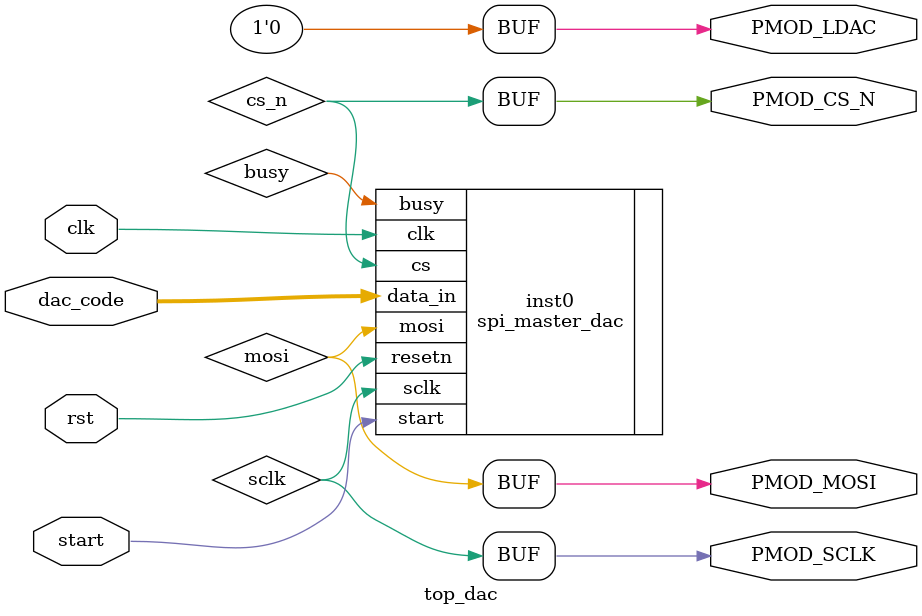
<source format=v>
`timescale 1ns / 1ps


module top_dac (
    input  wire        clk,
    input  wire        rst,
    input  wire        start,
    input  wire [15:0] dac_code,
    // Top-level pins to connect to Pmod header / board connectors,
    output wire        PMOD_MOSI,   // connect to Pmod pin -> AD5541 DIN
    output wire        PMOD_SCLK,   // connect to Pmod pin -> AD5541 SCLK
    output wire        PMOD_CS_N,   // connect to Pmod pin -> AD5541 CS (active low)
    output wire        PMOD_LDAC    // optionally to AD5541 LDAC (or tie low extern.)
);

// Instantiate your SPI master (example signals)
wire sclk;
wire mosi;
wire cs_n;
wire busy;

spi_master_dac inst0 (
    .clk(clk),
    .resetn(rst),
    .start(start),
    .data_in(dac_code),
    .sclk(sclk),
    .mosi(mosi),
    .cs(cs_n),
    .busy(busy)
);

// Directly drive Pmod outputs
assign PMOD_MOSI  = mosi;
assign PMOD_SCLK  = sclk;
assign PMOD_CS_N  = cs_n;
assign PMOD_LDAC  = 1'b0; // tie low here for immediate update, OR route to a GPIO if you want control

endmodule

</source>
